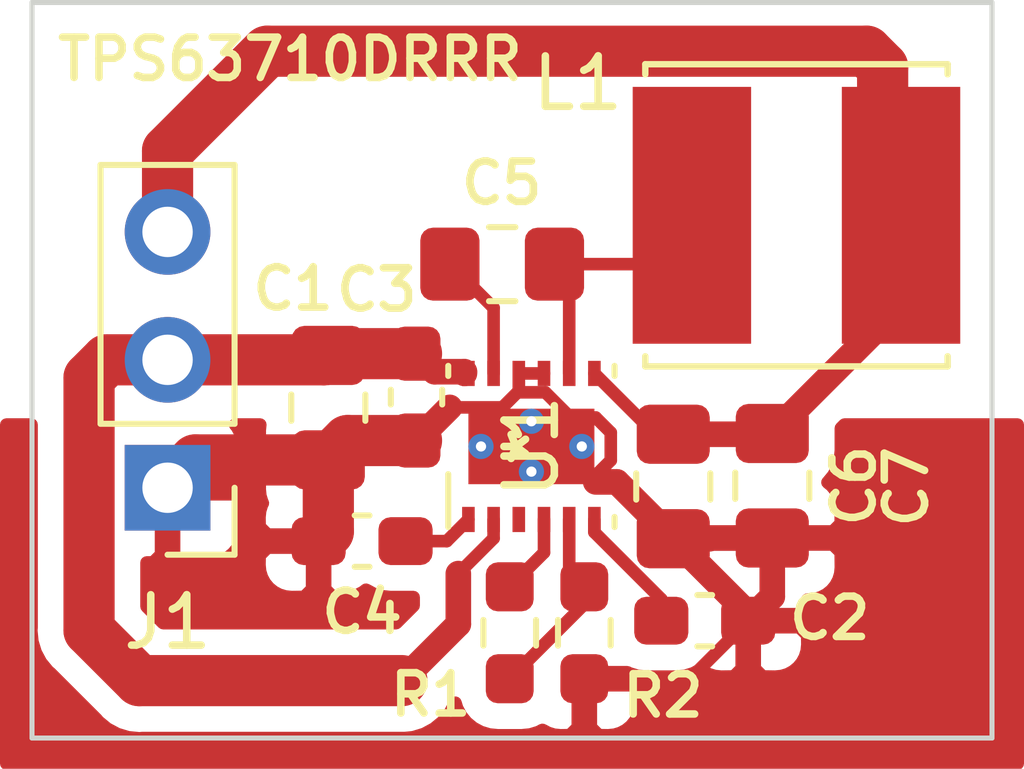
<source format=kicad_pcb>
(kicad_pcb (version 20171130) (host pcbnew "(5.1.6-0-10_14)")

  (general
    (thickness 1.6)
    (drawings 4)
    (tracks 78)
    (zones 0)
    (modules 12)
    (nets 11)
  )

  (page A4)
  (layers
    (0 F.Cu signal)
    (31 B.Cu signal)
    (32 B.Adhes user)
    (33 F.Adhes user)
    (34 B.Paste user)
    (35 F.Paste user)
    (36 B.SilkS user)
    (37 F.SilkS user)
    (38 B.Mask user)
    (39 F.Mask user)
    (40 Dwgs.User user)
    (41 Cmts.User user)
    (42 Eco1.User user)
    (43 Eco2.User user)
    (44 Edge.Cuts user)
    (45 Margin user)
    (46 B.CrtYd user)
    (47 F.CrtYd user)
    (48 B.Fab user)
    (49 F.Fab user hide)
  )

  (setup
    (last_trace_width 0.508)
    (user_trace_width 0.508)
    (user_trace_width 1.016)
    (trace_clearance 0.2)
    (zone_clearance 0.508)
    (zone_45_only no)
    (trace_min 0.2)
    (via_size 0.8)
    (via_drill 0.4)
    (via_min_size 0.4)
    (via_min_drill 0.3)
    (uvia_size 0.3)
    (uvia_drill 0.1)
    (uvias_allowed no)
    (uvia_min_size 0.2)
    (uvia_min_drill 0.1)
    (edge_width 0.1)
    (segment_width 0.2)
    (pcb_text_width 0.3)
    (pcb_text_size 1.5 1.5)
    (mod_edge_width 0.15)
    (mod_text_size 1 1)
    (mod_text_width 0.15)
    (pad_size 1.7 1.7)
    (pad_drill 1)
    (pad_to_mask_clearance 0)
    (aux_axis_origin 0 0)
    (grid_origin 0.5 0.5)
    (visible_elements FFFFFF7F)
    (pcbplotparams
      (layerselection 0x010fc_ffffffff)
      (usegerberextensions true)
      (usegerberattributes false)
      (usegerberadvancedattributes true)
      (creategerberjobfile false)
      (excludeedgelayer true)
      (linewidth 0.100000)
      (plotframeref false)
      (viasonmask false)
      (mode 1)
      (useauxorigin false)
      (hpglpennumber 1)
      (hpglpenspeed 20)
      (hpglpendiameter 15.000000)
      (psnegative false)
      (psa4output false)
      (plotreference true)
      (plotvalue true)
      (plotinvisibletext false)
      (padsonsilk false)
      (subtractmaskfromsilk false)
      (outputformat 1)
      (mirror false)
      (drillshape 0)
      (scaleselection 1)
      (outputdirectory ""))
  )

  (net 0 "")
  (net 1 GND)
  (net 2 3V3)
  (net 3 "Net-(C2-Pad1)")
  (net 4 "Net-(C4-Pad1)")
  (net 5 "Net-(C5-Pad1)")
  (net 6 "Net-(C5-Pad2)")
  (net 7 -1V)
  (net 8 "Net-(R1-Pad1)")
  (net 9 "Net-(R1-Pad2)")
  (net 10 "Net-(U1-Pad3)")

  (net_class Default "This is the default net class."
    (clearance 0.2)
    (trace_width 0.25)
    (via_dia 0.8)
    (via_drill 0.4)
    (uvia_dia 0.3)
    (uvia_drill 0.1)
    (add_net -1V)
    (add_net 3V3)
    (add_net GND)
    (add_net "Net-(C2-Pad1)")
    (add_net "Net-(C4-Pad1)")
    (add_net "Net-(C5-Pad1)")
    (add_net "Net-(C5-Pad2)")
    (add_net "Net-(R1-Pad1)")
    (add_net "Net-(R1-Pad2)")
    (add_net "Net-(U1-Pad3)")
  )

  (module Capacitor_SMD:C_0805_2012Metric_Pad1.18x1.45mm_HandSolder (layer F.Cu) (tedit 5F68FEEF) (tstamp 61270667)
    (at 146.08 108.24 270)
    (descr "Capacitor SMD 0805 (2012 Metric), square (rectangular) end terminal, IPC_7351 nominal with elongated pad for handsoldering. (Body size source: IPC-SM-782 page 76, https://www.pcb-3d.com/wordpress/wp-content/uploads/ipc-sm-782a_amendment_1_and_2.pdf, https://docs.google.com/spreadsheets/d/1BsfQQcO9C6DZCsRaXUlFlo91Tg2WpOkGARC1WS5S8t0/edit?usp=sharing), generated with kicad-footprint-generator")
    (tags "capacitor handsolder")
    (path /6128C135)
    (attr smd)
    (fp_text reference C1 (at -2.36 0.7) (layer F.SilkS)
      (effects (font (size 0.8 0.8) (thickness 0.15)))
    )
    (fp_text value 22uF (at 0 1.68 90) (layer F.Fab)
      (effects (font (size 1 1) (thickness 0.15)))
    )
    (fp_line (start -1 0.625) (end -1 -0.625) (layer F.Fab) (width 0.1))
    (fp_line (start -1 -0.625) (end 1 -0.625) (layer F.Fab) (width 0.1))
    (fp_line (start 1 -0.625) (end 1 0.625) (layer F.Fab) (width 0.1))
    (fp_line (start 1 0.625) (end -1 0.625) (layer F.Fab) (width 0.1))
    (fp_line (start -0.261252 -0.735) (end 0.261252 -0.735) (layer F.SilkS) (width 0.12))
    (fp_line (start -0.261252 0.735) (end 0.261252 0.735) (layer F.SilkS) (width 0.12))
    (fp_line (start -1.88 0.98) (end -1.88 -0.98) (layer F.CrtYd) (width 0.05))
    (fp_line (start -1.88 -0.98) (end 1.88 -0.98) (layer F.CrtYd) (width 0.05))
    (fp_line (start 1.88 -0.98) (end 1.88 0.98) (layer F.CrtYd) (width 0.05))
    (fp_line (start 1.88 0.98) (end -1.88 0.98) (layer F.CrtYd) (width 0.05))
    (fp_text user %R (at 0 0 90) (layer F.Fab)
      (effects (font (size 0.5 0.5) (thickness 0.08)))
    )
    (pad 1 smd roundrect (at -1.0375 0 270) (size 1.175 1.45) (layers F.Cu F.Paste F.Mask) (roundrect_rratio 0.212766)
      (net 2 3V3))
    (pad 2 smd roundrect (at 1.0375 0 270) (size 1.175 1.45) (layers F.Cu F.Paste F.Mask) (roundrect_rratio 0.212766)
      (net 1 GND))
    (model ${KISYS3DMOD}/Capacitor_SMD.3dshapes/C_0805_2012Metric.wrl
      (at (xyz 0 0 0))
      (scale (xyz 1 1 1))
      (rotate (xyz 0 0 0))
    )
  )

  (module Capacitor_SMD:C_0603_1608Metric_Pad1.08x0.95mm_HandSolder (layer F.Cu) (tedit 5F68FEEF) (tstamp 612704CC)
    (at 153.55 112.47)
    (descr "Capacitor SMD 0603 (1608 Metric), square (rectangular) end terminal, IPC_7351 nominal with elongated pad for handsoldering. (Body size source: IPC-SM-782 page 76, https://www.pcb-3d.com/wordpress/wp-content/uploads/ipc-sm-782a_amendment_1_and_2.pdf), generated with kicad-footprint-generator")
    (tags "capacitor handsolder")
    (path /61281C9D)
    (attr smd)
    (fp_text reference C2 (at 2.48 -0.05) (layer F.SilkS)
      (effects (font (size 0.8 0.8) (thickness 0.15)))
    )
    (fp_text value 1uF (at 0 1.43) (layer F.Fab)
      (effects (font (size 1 1) (thickness 0.15)))
    )
    (fp_line (start 1.65 0.73) (end -1.65 0.73) (layer F.CrtYd) (width 0.05))
    (fp_line (start 1.65 -0.73) (end 1.65 0.73) (layer F.CrtYd) (width 0.05))
    (fp_line (start -1.65 -0.73) (end 1.65 -0.73) (layer F.CrtYd) (width 0.05))
    (fp_line (start -1.65 0.73) (end -1.65 -0.73) (layer F.CrtYd) (width 0.05))
    (fp_line (start -0.146267 0.51) (end 0.146267 0.51) (layer F.SilkS) (width 0.12))
    (fp_line (start -0.146267 -0.51) (end 0.146267 -0.51) (layer F.SilkS) (width 0.12))
    (fp_line (start 0.8 0.4) (end -0.8 0.4) (layer F.Fab) (width 0.1))
    (fp_line (start 0.8 -0.4) (end 0.8 0.4) (layer F.Fab) (width 0.1))
    (fp_line (start -0.8 -0.4) (end 0.8 -0.4) (layer F.Fab) (width 0.1))
    (fp_line (start -0.8 0.4) (end -0.8 -0.4) (layer F.Fab) (width 0.1))
    (fp_text user %R (at 0 0) (layer F.Fab)
      (effects (font (size 0.4 0.4) (thickness 0.06)))
    )
    (pad 2 smd roundrect (at 0.8625 0) (size 1.075 0.95) (layers F.Cu F.Paste F.Mask) (roundrect_rratio 0.25)
      (net 1 GND))
    (pad 1 smd roundrect (at -0.8625 0) (size 1.075 0.95) (layers F.Cu F.Paste F.Mask) (roundrect_rratio 0.25)
      (net 3 "Net-(C2-Pad1)"))
    (model ${KISYS3DMOD}/Capacitor_SMD.3dshapes/C_0603_1608Metric.wrl
      (at (xyz 0 0 0))
      (scale (xyz 1 1 1))
      (rotate (xyz 0 0 0))
    )
  )

  (module Capacitor_SMD:C_0603_1608Metric_Pad1.08x0.95mm_HandSolder (layer F.Cu) (tedit 5F68FEEF) (tstamp 61270FC4)
    (at 147.83 108.03 270)
    (descr "Capacitor SMD 0603 (1608 Metric), square (rectangular) end terminal, IPC_7351 nominal with elongated pad for handsoldering. (Body size source: IPC-SM-782 page 76, https://www.pcb-3d.com/wordpress/wp-content/uploads/ipc-sm-782a_amendment_1_and_2.pdf), generated with kicad-footprint-generator")
    (tags "capacitor handsolder")
    (path /612837E0)
    (attr smd)
    (fp_text reference C3 (at -2.13 0.79 180) (layer F.SilkS)
      (effects (font (size 0.8 0.8) (thickness 0.15)))
    )
    (fp_text value 2.2uF (at 0 1.43 90) (layer F.Fab)
      (effects (font (size 1 1) (thickness 0.15)))
    )
    (fp_line (start -0.8 0.4) (end -0.8 -0.4) (layer F.Fab) (width 0.1))
    (fp_line (start -0.8 -0.4) (end 0.8 -0.4) (layer F.Fab) (width 0.1))
    (fp_line (start 0.8 -0.4) (end 0.8 0.4) (layer F.Fab) (width 0.1))
    (fp_line (start 0.8 0.4) (end -0.8 0.4) (layer F.Fab) (width 0.1))
    (fp_line (start -0.146267 -0.51) (end 0.146267 -0.51) (layer F.SilkS) (width 0.12))
    (fp_line (start -0.146267 0.51) (end 0.146267 0.51) (layer F.SilkS) (width 0.12))
    (fp_line (start -1.65 0.73) (end -1.65 -0.73) (layer F.CrtYd) (width 0.05))
    (fp_line (start -1.65 -0.73) (end 1.65 -0.73) (layer F.CrtYd) (width 0.05))
    (fp_line (start 1.65 -0.73) (end 1.65 0.73) (layer F.CrtYd) (width 0.05))
    (fp_line (start 1.65 0.73) (end -1.65 0.73) (layer F.CrtYd) (width 0.05))
    (fp_text user %R (at 0 0 90) (layer F.Fab)
      (effects (font (size 0.4 0.4) (thickness 0.06)))
    )
    (pad 1 smd roundrect (at -0.8625 0 270) (size 1.075 0.95) (layers F.Cu F.Paste F.Mask) (roundrect_rratio 0.25)
      (net 2 3V3))
    (pad 2 smd roundrect (at 0.8625 0 270) (size 1.075 0.95) (layers F.Cu F.Paste F.Mask) (roundrect_rratio 0.25)
      (net 1 GND))
    (model ${KISYS3DMOD}/Capacitor_SMD.3dshapes/C_0603_1608Metric.wrl
      (at (xyz 0 0 0))
      (scale (xyz 1 1 1))
      (rotate (xyz 0 0 0))
    )
  )

  (module Capacitor_SMD:C_0603_1608Metric_Pad1.08x0.95mm_HandSolder (layer F.Cu) (tedit 5F68FEEF) (tstamp 61270637)
    (at 146.75 110.89 180)
    (descr "Capacitor SMD 0603 (1608 Metric), square (rectangular) end terminal, IPC_7351 nominal with elongated pad for handsoldering. (Body size source: IPC-SM-782 page 76, https://www.pcb-3d.com/wordpress/wp-content/uploads/ipc-sm-782a_amendment_1_and_2.pdf), generated with kicad-footprint-generator")
    (tags "capacitor handsolder")
    (path /6127F720)
    (attr smd)
    (fp_text reference C4 (at 0 -1.41) (layer F.SilkS)
      (effects (font (size 0.8 0.8) (thickness 0.15)))
    )
    (fp_text value 220nF (at 0 1.43) (layer F.Fab)
      (effects (font (size 1 1) (thickness 0.15)))
    )
    (fp_line (start -0.8 0.4) (end -0.8 -0.4) (layer F.Fab) (width 0.1))
    (fp_line (start -0.8 -0.4) (end 0.8 -0.4) (layer F.Fab) (width 0.1))
    (fp_line (start 0.8 -0.4) (end 0.8 0.4) (layer F.Fab) (width 0.1))
    (fp_line (start 0.8 0.4) (end -0.8 0.4) (layer F.Fab) (width 0.1))
    (fp_line (start -0.146267 -0.51) (end 0.146267 -0.51) (layer F.SilkS) (width 0.12))
    (fp_line (start -0.146267 0.51) (end 0.146267 0.51) (layer F.SilkS) (width 0.12))
    (fp_line (start -1.65 0.73) (end -1.65 -0.73) (layer F.CrtYd) (width 0.05))
    (fp_line (start -1.65 -0.73) (end 1.65 -0.73) (layer F.CrtYd) (width 0.05))
    (fp_line (start 1.65 -0.73) (end 1.65 0.73) (layer F.CrtYd) (width 0.05))
    (fp_line (start 1.65 0.73) (end -1.65 0.73) (layer F.CrtYd) (width 0.05))
    (fp_text user %R (at 0 0) (layer F.Fab)
      (effects (font (size 0.4 0.4) (thickness 0.06)))
    )
    (pad 1 smd roundrect (at -0.8625 0 180) (size 1.075 0.95) (layers F.Cu F.Paste F.Mask) (roundrect_rratio 0.25)
      (net 4 "Net-(C4-Pad1)"))
    (pad 2 smd roundrect (at 0.8625 0 180) (size 1.075 0.95) (layers F.Cu F.Paste F.Mask) (roundrect_rratio 0.25)
      (net 1 GND))
    (model ${KISYS3DMOD}/Capacitor_SMD.3dshapes/C_0603_1608Metric.wrl
      (at (xyz 0 0 0))
      (scale (xyz 1 1 1))
      (rotate (xyz 0 0 0))
    )
  )

  (module Capacitor_SMD:C_0805_2012Metric_Pad1.18x1.45mm_HandSolder (layer F.Cu) (tedit 5F68FEEF) (tstamp 61270607)
    (at 149.53 105.39)
    (descr "Capacitor SMD 0805 (2012 Metric), square (rectangular) end terminal, IPC_7351 nominal with elongated pad for handsoldering. (Body size source: IPC-SM-782 page 76, https://www.pcb-3d.com/wordpress/wp-content/uploads/ipc-sm-782a_amendment_1_and_2.pdf, https://docs.google.com/spreadsheets/d/1BsfQQcO9C6DZCsRaXUlFlo91Tg2WpOkGARC1WS5S8t0/edit?usp=sharing), generated with kicad-footprint-generator")
    (tags "capacitor handsolder")
    (path /61275351)
    (attr smd)
    (fp_text reference C5 (at -0.01 -1.61) (layer F.SilkS)
      (effects (font (size 0.8 0.8) (thickness 0.15)))
    )
    (fp_text value 10uF (at 0 1.68) (layer F.Fab)
      (effects (font (size 1 1) (thickness 0.15)))
    )
    (fp_line (start -1 0.625) (end -1 -0.625) (layer F.Fab) (width 0.1))
    (fp_line (start -1 -0.625) (end 1 -0.625) (layer F.Fab) (width 0.1))
    (fp_line (start 1 -0.625) (end 1 0.625) (layer F.Fab) (width 0.1))
    (fp_line (start 1 0.625) (end -1 0.625) (layer F.Fab) (width 0.1))
    (fp_line (start -0.261252 -0.735) (end 0.261252 -0.735) (layer F.SilkS) (width 0.12))
    (fp_line (start -0.261252 0.735) (end 0.261252 0.735) (layer F.SilkS) (width 0.12))
    (fp_line (start -1.88 0.98) (end -1.88 -0.98) (layer F.CrtYd) (width 0.05))
    (fp_line (start -1.88 -0.98) (end 1.88 -0.98) (layer F.CrtYd) (width 0.05))
    (fp_line (start 1.88 -0.98) (end 1.88 0.98) (layer F.CrtYd) (width 0.05))
    (fp_line (start 1.88 0.98) (end -1.88 0.98) (layer F.CrtYd) (width 0.05))
    (fp_text user %R (at 0 0) (layer F.Fab)
      (effects (font (size 0.5 0.5) (thickness 0.08)))
    )
    (pad 1 smd roundrect (at -1.0375 0) (size 1.175 1.45) (layers F.Cu F.Paste F.Mask) (roundrect_rratio 0.212766)
      (net 5 "Net-(C5-Pad1)"))
    (pad 2 smd roundrect (at 1.0375 0) (size 1.175 1.45) (layers F.Cu F.Paste F.Mask) (roundrect_rratio 0.212766)
      (net 6 "Net-(C5-Pad2)"))
    (model ${KISYS3DMOD}/Capacitor_SMD.3dshapes/C_0805_2012Metric.wrl
      (at (xyz 0 0 0))
      (scale (xyz 1 1 1))
      (rotate (xyz 0 0 0))
    )
  )

  (module Capacitor_SMD:C_0805_2012Metric_Pad1.18x1.45mm_HandSolder (layer F.Cu) (tedit 5F68FEEF) (tstamp 612705D7)
    (at 152.924999 109.805001 270)
    (descr "Capacitor SMD 0805 (2012 Metric), square (rectangular) end terminal, IPC_7351 nominal with elongated pad for handsoldering. (Body size source: IPC-SM-782 page 76, https://www.pcb-3d.com/wordpress/wp-content/uploads/ipc-sm-782a_amendment_1_and_2.pdf, https://docs.google.com/spreadsheets/d/1BsfQQcO9C6DZCsRaXUlFlo91Tg2WpOkGARC1WS5S8t0/edit?usp=sharing), generated with kicad-footprint-generator")
    (tags "capacitor handsolder")
    (path /6127817E)
    (attr smd)
    (fp_text reference C6 (at -0.015001 -3.585001 90) (layer F.SilkS)
      (effects (font (size 0.8 0.8) (thickness 0.15)))
    )
    (fp_text value 22uF (at 0 1.68 90) (layer F.Fab)
      (effects (font (size 1 1) (thickness 0.15)))
    )
    (fp_line (start 1.88 0.98) (end -1.88 0.98) (layer F.CrtYd) (width 0.05))
    (fp_line (start 1.88 -0.98) (end 1.88 0.98) (layer F.CrtYd) (width 0.05))
    (fp_line (start -1.88 -0.98) (end 1.88 -0.98) (layer F.CrtYd) (width 0.05))
    (fp_line (start -1.88 0.98) (end -1.88 -0.98) (layer F.CrtYd) (width 0.05))
    (fp_line (start -0.261252 0.735) (end 0.261252 0.735) (layer F.SilkS) (width 0.12))
    (fp_line (start -0.261252 -0.735) (end 0.261252 -0.735) (layer F.SilkS) (width 0.12))
    (fp_line (start 1 0.625) (end -1 0.625) (layer F.Fab) (width 0.1))
    (fp_line (start 1 -0.625) (end 1 0.625) (layer F.Fab) (width 0.1))
    (fp_line (start -1 -0.625) (end 1 -0.625) (layer F.Fab) (width 0.1))
    (fp_line (start -1 0.625) (end -1 -0.625) (layer F.Fab) (width 0.1))
    (fp_text user %R (at 0 0 90) (layer F.Fab)
      (effects (font (size 0.5 0.5) (thickness 0.08)))
    )
    (pad 2 smd roundrect (at 1.0375 0 270) (size 1.175 1.45) (layers F.Cu F.Paste F.Mask) (roundrect_rratio 0.212766)
      (net 1 GND))
    (pad 1 smd roundrect (at -1.0375 0 270) (size 1.175 1.45) (layers F.Cu F.Paste F.Mask) (roundrect_rratio 0.212766)
      (net 7 -1V))
    (model ${KISYS3DMOD}/Capacitor_SMD.3dshapes/C_0805_2012Metric.wrl
      (at (xyz 0 0 0))
      (scale (xyz 1 1 1))
      (rotate (xyz 0 0 0))
    )
  )

  (module Capacitor_SMD:C_0805_2012Metric_Pad1.18x1.45mm_HandSolder (layer F.Cu) (tedit 5F68FEEF) (tstamp 612705A7)
    (at 154.89 109.79 270)
    (descr "Capacitor SMD 0805 (2012 Metric), square (rectangular) end terminal, IPC_7351 nominal with elongated pad for handsoldering. (Body size source: IPC-SM-782 page 76, https://www.pcb-3d.com/wordpress/wp-content/uploads/ipc-sm-782a_amendment_1_and_2.pdf, https://docs.google.com/spreadsheets/d/1BsfQQcO9C6DZCsRaXUlFlo91Tg2WpOkGARC1WS5S8t0/edit?usp=sharing), generated with kicad-footprint-generator")
    (tags "capacitor handsolder")
    (path /612A06B2)
    (attr smd)
    (fp_text reference C7 (at 0.02 -2.66 90) (layer F.SilkS)
      (effects (font (size 0.8 0.8) (thickness 0.15)))
    )
    (fp_text value 22uF (at 0 1.68 90) (layer F.Fab)
      (effects (font (size 1 1) (thickness 0.15)))
    )
    (fp_line (start 1.88 0.98) (end -1.88 0.98) (layer F.CrtYd) (width 0.05))
    (fp_line (start 1.88 -0.98) (end 1.88 0.98) (layer F.CrtYd) (width 0.05))
    (fp_line (start -1.88 -0.98) (end 1.88 -0.98) (layer F.CrtYd) (width 0.05))
    (fp_line (start -1.88 0.98) (end -1.88 -0.98) (layer F.CrtYd) (width 0.05))
    (fp_line (start -0.261252 0.735) (end 0.261252 0.735) (layer F.SilkS) (width 0.12))
    (fp_line (start -0.261252 -0.735) (end 0.261252 -0.735) (layer F.SilkS) (width 0.12))
    (fp_line (start 1 0.625) (end -1 0.625) (layer F.Fab) (width 0.1))
    (fp_line (start 1 -0.625) (end 1 0.625) (layer F.Fab) (width 0.1))
    (fp_line (start -1 -0.625) (end 1 -0.625) (layer F.Fab) (width 0.1))
    (fp_line (start -1 0.625) (end -1 -0.625) (layer F.Fab) (width 0.1))
    (fp_text user %R (at 0 0 90) (layer F.Fab)
      (effects (font (size 0.5 0.5) (thickness 0.08)))
    )
    (pad 2 smd roundrect (at 1.0375 0 270) (size 1.175 1.45) (layers F.Cu F.Paste F.Mask) (roundrect_rratio 0.212766)
      (net 1 GND))
    (pad 1 smd roundrect (at -1.0375 0 270) (size 1.175 1.45) (layers F.Cu F.Paste F.Mask) (roundrect_rratio 0.212766)
      (net 7 -1V))
    (model ${KISYS3DMOD}/Capacitor_SMD.3dshapes/C_0805_2012Metric.wrl
      (at (xyz 0 0 0))
      (scale (xyz 1 1 1))
      (rotate (xyz 0 0 0))
    )
  )

  (module Pin_Headers:Pin_Header_Straight_1x03_Pitch2.54mm (layer F.Cu) (tedit 59650532) (tstamp 61270532)
    (at 142.89 109.83 180)
    (descr "Through hole straight pin header, 1x03, 2.54mm pitch, single row")
    (tags "Through hole pin header THT 1x03 2.54mm single row")
    (path /61271E03)
    (fp_text reference J1 (at 0 -2.67) (layer F.SilkS)
      (effects (font (size 1 1) (thickness 0.15)))
    )
    (fp_text value Conn_01x03_Female (at 0 7.41) (layer F.Fab)
      (effects (font (size 1 1) (thickness 0.15)))
    )
    (fp_line (start 1.8 -1.8) (end -1.8 -1.8) (layer F.CrtYd) (width 0.05))
    (fp_line (start 1.8 6.85) (end 1.8 -1.8) (layer F.CrtYd) (width 0.05))
    (fp_line (start -1.8 6.85) (end 1.8 6.85) (layer F.CrtYd) (width 0.05))
    (fp_line (start -1.8 -1.8) (end -1.8 6.85) (layer F.CrtYd) (width 0.05))
    (fp_line (start -1.33 -1.33) (end 0 -1.33) (layer F.SilkS) (width 0.12))
    (fp_line (start -1.33 0) (end -1.33 -1.33) (layer F.SilkS) (width 0.12))
    (fp_line (start -1.33 1.27) (end 1.33 1.27) (layer F.SilkS) (width 0.12))
    (fp_line (start 1.33 1.27) (end 1.33 6.41) (layer F.SilkS) (width 0.12))
    (fp_line (start -1.33 1.27) (end -1.33 6.41) (layer F.SilkS) (width 0.12))
    (fp_line (start -1.33 6.41) (end 1.33 6.41) (layer F.SilkS) (width 0.12))
    (fp_line (start -1.27 -0.635) (end -0.635 -1.27) (layer F.Fab) (width 0.1))
    (fp_line (start -1.27 6.35) (end -1.27 -0.635) (layer F.Fab) (width 0.1))
    (fp_line (start 1.27 6.35) (end -1.27 6.35) (layer F.Fab) (width 0.1))
    (fp_line (start 1.27 -1.27) (end 1.27 6.35) (layer F.Fab) (width 0.1))
    (fp_line (start -0.635 -1.27) (end 1.27 -1.27) (layer F.Fab) (width 0.1))
    (fp_text user %R (at 0 2.54 90) (layer F.Fab)
      (effects (font (size 1 1) (thickness 0.15)))
    )
    (pad 3 thru_hole oval (at 0 5.08 180) (size 1.7 1.7) (drill 1) (layers *.Cu *.Mask)
      (net 7 -1V))
    (pad 2 thru_hole oval (at 0 2.54 180) (size 1.7 1.7) (drill 1) (layers *.Cu *.Mask)
      (net 2 3V3))
    (pad 1 thru_hole rect (at 0 0 180) (size 1.7 1.7) (drill 1) (layers *.Cu *.Mask)
      (net 1 GND))
    (model ${KISYS3DMOD}/Pin_Headers.3dshapes/Pin_Header_Straight_1x03_Pitch2.54mm.wrl
      (at (xyz 0 0 0))
      (scale (xyz 1 1 1))
      (rotate (xyz 0 0 0))
    )
  )

  (module Ninja-qPCR:SRN6045TA-3R3Y (layer F.Cu) (tedit 60C2F330) (tstamp 61270F14)
    (at 155.37 104.42)
    (path /61276459)
    (fp_text reference L1 (at -4.34 -2.62) (layer F.SilkS)
      (effects (font (size 1 1) (thickness 0.15)))
    )
    (fp_text value 22uH (at 5.644 3.792) (layer F.Fab)
      (effects (font (size 0.8 0.8) (thickness 0.015)))
    )
    (fp_line (start 3 3) (end -3 3) (layer F.Fab) (width 0.127))
    (fp_line (start -3 3) (end -3 -3) (layer F.Fab) (width 0.127))
    (fp_line (start -3 -3) (end 3 -3) (layer F.Fab) (width 0.127))
    (fp_line (start 3 -3) (end 3 3) (layer F.Fab) (width 0.127))
    (fp_line (start -3 2.8) (end -3 3) (layer F.SilkS) (width 0.127))
    (fp_line (start -3 3) (end 3 3) (layer F.SilkS) (width 0.127))
    (fp_line (start 3 3) (end 3 2.8) (layer F.SilkS) (width 0.127))
    (fp_line (start -3 -2.8) (end -3 -3) (layer F.SilkS) (width 0.127))
    (fp_line (start -3 -3) (end 3 -3) (layer F.SilkS) (width 0.127))
    (fp_line (start 3 -3) (end 3 -2.8) (layer F.SilkS) (width 0.127))
    (fp_line (start 3.5 3.25) (end -3.5 3.25) (layer F.CrtYd) (width 0.05))
    (fp_line (start -3.5 3.25) (end -3.5 -3.25) (layer F.CrtYd) (width 0.05))
    (fp_line (start -3.5 -3.25) (end 3.5 -3.25) (layer F.CrtYd) (width 0.05))
    (fp_line (start 3.5 -3.25) (end 3.5 3.25) (layer F.CrtYd) (width 0.05))
    (pad 2 smd rect (at 2.075 0) (size 2.35 5.1) (layers F.Cu F.Paste F.Mask)
      (net 7 -1V))
    (pad 1 smd rect (at -2.075 0) (size 2.35 5.1) (layers F.Cu F.Paste F.Mask)
      (net 6 "Net-(C5-Pad2)"))
  )

  (module Resistor_SMD:R_0603_1608Metric_Pad0.98x0.95mm_HandSolder (layer F.Cu) (tedit 5F68FEEE) (tstamp 612704FC)
    (at 149.68 112.71 270)
    (descr "Resistor SMD 0603 (1608 Metric), square (rectangular) end terminal, IPC_7351 nominal with elongated pad for handsoldering. (Body size source: IPC-SM-782 page 72, https://www.pcb-3d.com/wordpress/wp-content/uploads/ipc-sm-782a_amendment_1_and_2.pdf), generated with kicad-footprint-generator")
    (tags "resistor handsolder")
    (path /6127925E)
    (attr smd)
    (fp_text reference R1 (at 1.23 1.57 180) (layer F.SilkS)
      (effects (font (size 0.8 0.8) (thickness 0.15)))
    )
    (fp_text value 51.1k (at 0 1.43 90) (layer F.Fab)
      (effects (font (size 1 1) (thickness 0.15)))
    )
    (fp_line (start -0.8 0.4125) (end -0.8 -0.4125) (layer F.Fab) (width 0.1))
    (fp_line (start -0.8 -0.4125) (end 0.8 -0.4125) (layer F.Fab) (width 0.1))
    (fp_line (start 0.8 -0.4125) (end 0.8 0.4125) (layer F.Fab) (width 0.1))
    (fp_line (start 0.8 0.4125) (end -0.8 0.4125) (layer F.Fab) (width 0.1))
    (fp_line (start -0.254724 -0.5225) (end 0.254724 -0.5225) (layer F.SilkS) (width 0.12))
    (fp_line (start -0.254724 0.5225) (end 0.254724 0.5225) (layer F.SilkS) (width 0.12))
    (fp_line (start -1.65 0.73) (end -1.65 -0.73) (layer F.CrtYd) (width 0.05))
    (fp_line (start -1.65 -0.73) (end 1.65 -0.73) (layer F.CrtYd) (width 0.05))
    (fp_line (start 1.65 -0.73) (end 1.65 0.73) (layer F.CrtYd) (width 0.05))
    (fp_line (start 1.65 0.73) (end -1.65 0.73) (layer F.CrtYd) (width 0.05))
    (fp_text user %R (at 0 0 90) (layer F.Fab)
      (effects (font (size 0.4 0.4) (thickness 0.06)))
    )
    (pad 1 smd roundrect (at -0.9125 0 270) (size 0.975 0.95) (layers F.Cu F.Paste F.Mask) (roundrect_rratio 0.25)
      (net 8 "Net-(R1-Pad1)"))
    (pad 2 smd roundrect (at 0.9125 0 270) (size 0.975 0.95) (layers F.Cu F.Paste F.Mask) (roundrect_rratio 0.25)
      (net 9 "Net-(R1-Pad2)"))
    (model ${KISYS3DMOD}/Resistor_SMD.3dshapes/R_0603_1608Metric.wrl
      (at (xyz 0 0 0))
      (scale (xyz 1 1 1))
      (rotate (xyz 0 0 0))
    )
  )

  (module Resistor_SMD:R_0603_1608Metric_Pad0.98x0.95mm_HandSolder (layer F.Cu) (tedit 5F68FEEE) (tstamp 61271180)
    (at 151.16 112.71 270)
    (descr "Resistor SMD 0603 (1608 Metric), square (rectangular) end terminal, IPC_7351 nominal with elongated pad for handsoldering. (Body size source: IPC-SM-782 page 72, https://www.pcb-3d.com/wordpress/wp-content/uploads/ipc-sm-782a_amendment_1_and_2.pdf), generated with kicad-footprint-generator")
    (tags "resistor handsolder")
    (path /61279E07)
    (attr smd)
    (fp_text reference R2 (at 1.25 -1.56 180) (layer F.SilkS)
      (effects (font (size 0.8 0.8) (thickness 0.15)))
    )
    (fp_text value 180k (at 0 1.43 90) (layer F.Fab)
      (effects (font (size 1 1) (thickness 0.15)))
    )
    (fp_line (start 1.65 0.73) (end -1.65 0.73) (layer F.CrtYd) (width 0.05))
    (fp_line (start 1.65 -0.73) (end 1.65 0.73) (layer F.CrtYd) (width 0.05))
    (fp_line (start -1.65 -0.73) (end 1.65 -0.73) (layer F.CrtYd) (width 0.05))
    (fp_line (start -1.65 0.73) (end -1.65 -0.73) (layer F.CrtYd) (width 0.05))
    (fp_line (start -0.254724 0.5225) (end 0.254724 0.5225) (layer F.SilkS) (width 0.12))
    (fp_line (start -0.254724 -0.5225) (end 0.254724 -0.5225) (layer F.SilkS) (width 0.12))
    (fp_line (start 0.8 0.4125) (end -0.8 0.4125) (layer F.Fab) (width 0.1))
    (fp_line (start 0.8 -0.4125) (end 0.8 0.4125) (layer F.Fab) (width 0.1))
    (fp_line (start -0.8 -0.4125) (end 0.8 -0.4125) (layer F.Fab) (width 0.1))
    (fp_line (start -0.8 0.4125) (end -0.8 -0.4125) (layer F.Fab) (width 0.1))
    (fp_text user %R (at 0 0 90) (layer F.Fab)
      (effects (font (size 0.4 0.4) (thickness 0.06)))
    )
    (pad 2 smd roundrect (at 0.9125 0 270) (size 0.975 0.95) (layers F.Cu F.Paste F.Mask) (roundrect_rratio 0.25)
      (net 1 GND))
    (pad 1 smd roundrect (at -0.9125 0 270) (size 0.975 0.95) (layers F.Cu F.Paste F.Mask) (roundrect_rratio 0.25)
      (net 9 "Net-(R1-Pad2)"))
    (model ${KISYS3DMOD}/Resistor_SMD.3dshapes/R_0603_1608Metric.wrl
      (at (xyz 0 0 0))
      (scale (xyz 1 1 1))
      (rotate (xyz 0 0 0))
    )
  )

  (module Ninja-qPCR:TPS63710DRRR (layer F.Cu) (tedit 0) (tstamp 612706DB)
    (at 150.11 109.01 90)
    (path /61268DE5)
    (fp_text reference U1 (at 0 0 90) (layer F.SilkS)
      (effects (font (size 1 1) (thickness 0.15)))
    )
    (fp_text value TPS63710DRRR (at 7.69 -4.79 180) (layer F.SilkS)
      (effects (font (size 0.8 0.8) (thickness 0.15)))
    )
    (fp_line (start -1.549999 1.549999) (end 1.549999 1.549999) (layer F.Fab) (width 0.1))
    (fp_line (start 1.549999 1.549999) (end 1.549999 -1.549999) (layer F.Fab) (width 0.1))
    (fp_line (start -1.549999 1.549999) (end -1.549999 -1.549999) (layer F.Fab) (width 0.1))
    (fp_line (start -1.549999 -1.549999) (end 1.549999 -1.549999) (layer F.Fab) (width 0.1))
    (fp_line (start -1.599999 -1.649999) (end -0.549999 -1.649999) (layer F.SilkS) (width 0.12))
    (fp_line (start -1.599999 1.649999) (end -1.4 1.649999) (layer F.SilkS) (width 0.12))
    (fp_line (start 1.4 1.649999) (end 1.599999 1.649999) (layer F.SilkS) (width 0.12))
    (fp_line (start 1.4 -1.649999) (end 1.599999 -1.649999) (layer F.SilkS) (width 0.12))
    (fp_circle (center -1.124999 -1.1) (end -0.924999 -1.1) (layer F.Fab) (width 0.1))
    (fp_circle (center -1.124999 -1.1) (end -0.924999 -1.1) (layer F.Fab) (width 0.1))
    (fp_text user .Designator (at -1.325001 0.299999 90) (layer F.Fab)
      (effects (font (size 1 1) (thickness 0.15)))
    )
    (fp_text user * (at 0 0 90) (layer F.Fab)
      (effects (font (size 1 1) (thickness 0.15)))
    )
    (fp_text user * (at 0 0 90) (layer F.SilkS)
      (effects (font (size 1 1) (thickness 0.15)))
    )
    (fp_text user "Copyright 2021 Accelerated Designs. All rights reserved." (at 0 0 90) (layer Cmts.User)
      (effects (font (size 0.127 0.127) (thickness 0.002)))
    )
    (pad V thru_hole circle (at -0.499999 0 90) (size 0.499999 0.499999) (drill 0.2032) (layers *.Cu *.Mask))
    (pad V thru_hole circle (at 0 1.000001 90) (size 0.499999 0.499999) (drill 0.2032) (layers *.Cu *.Mask))
    (pad V thru_hole circle (at 0.499999 0 90) (size 0.499999 0.499999) (drill 0.2032) (layers *.Cu *.Mask))
    (pad V thru_hole circle (at 0 -1.000001 90) (size 0.499999 0.499999) (drill 0.2032) (layers *.Cu *.Mask))
    (pad 13 smd rect (at 0 0 90) (size 1.5 2.5) (layers F.Cu F.Paste F.Mask)
      (net 1 GND))
    (pad 12 smd rect (at 1.45 -1.25 90) (size 0.499999 0.249999) (layers F.Cu F.Paste F.Mask)
      (net 2 3V3))
    (pad 11 smd rect (at 1.45 -0.750001 90) (size 0.499999 0.249999) (layers F.Cu F.Paste F.Mask)
      (net 5 "Net-(C5-Pad1)"))
    (pad 10 smd rect (at 1.45 -0.25 90) (size 0.499999 0.249999) (layers F.Cu F.Paste F.Mask)
      (net 1 GND))
    (pad 9 smd rect (at 1.45 0.25 90) (size 0.499999 0.249999) (layers F.Cu F.Paste F.Mask)
      (net 1 GND))
    (pad 8 smd rect (at 1.45 0.750001 90) (size 0.499999 0.249999) (layers F.Cu F.Paste F.Mask)
      (net 6 "Net-(C5-Pad2)"))
    (pad 7 smd rect (at 1.45 1.25 90) (size 0.499999 0.249999) (layers F.Cu F.Paste F.Mask)
      (net 7 -1V))
    (pad 6 smd rect (at -1.45 1.25 90) (size 0.499999 0.249999) (layers F.Cu F.Paste F.Mask)
      (net 3 "Net-(C2-Pad1)"))
    (pad 5 smd rect (at -1.45 0.750001 90) (size 0.499999 0.249999) (layers F.Cu F.Paste F.Mask)
      (net 9 "Net-(R1-Pad2)"))
    (pad 4 smd rect (at -1.45 0.25 90) (size 0.499999 0.249999) (layers F.Cu F.Paste F.Mask)
      (net 8 "Net-(R1-Pad1)"))
    (pad 3 smd rect (at -1.45 -0.25 90) (size 0.499999 0.249999) (layers F.Cu F.Paste F.Mask)
      (net 10 "Net-(U1-Pad3)"))
    (pad 2 smd rect (at -1.45 -0.750001 90) (size 0.499999 0.249999) (layers F.Cu F.Paste F.Mask)
      (net 2 3V3))
    (pad 1 smd rect (at -1.45 -1.25 90) (size 0.499999 0.249999) (layers F.Cu F.Paste F.Mask)
      (net 4 "Net-(C4-Pad1)"))
  )

  (gr_line (start 140.2 114.8) (end 140.2 100.195) (layer Edge.Cuts) (width 0.1) (tstamp 612709DA))
  (gr_line (start 159.25 114.8) (end 140.2 114.8) (layer Edge.Cuts) (width 0.1))
  (gr_line (start 159.25 100.195) (end 159.25 114.8) (layer Edge.Cuts) (width 0.1) (tstamp 61270E18))
  (gr_line (start 140.2 100.195) (end 159.25 100.195) (layer Edge.Cuts) (width 0.1))

  (segment (start 150.36 107.56) (end 149.86 107.56) (width 0.25) (layer F.Cu) (net 1))
  (segment (start 151.386002 109.585) (end 150.834 109.585) (width 0.25) (layer F.Cu) (net 1))
  (segment (start 150.834 109.585) (end 150.685 109.436) (width 0.25) (layer F.Cu) (net 1))
  (segment (start 151.386002 108.435) (end 151.685001 108.733999) (width 0.25) (layer F.Cu) (net 1))
  (segment (start 150.886 108.435) (end 151.386002 108.435) (width 0.25) (layer F.Cu) (net 1))
  (segment (start 149.535 108.234) (end 149.833999 107.935001) (width 0.25) (layer F.Cu) (net 1))
  (segment (start 150.386001 107.935001) (end 150.886 108.435) (width 0.25) (layer F.Cu) (net 1))
  (segment (start 149.833999 107.935001) (end 150.386001 107.935001) (width 0.25) (layer F.Cu) (net 1))
  (segment (start 151.685001 109.286001) (end 151.386002 109.585) (width 0.25) (layer F.Cu) (net 1))
  (segment (start 148.4885 108.234) (end 149.535 108.234) (width 0.25) (layer F.Cu) (net 1))
  (segment (start 151.685001 108.733999) (end 151.685001 109.286001) (width 0.25) (layer F.Cu) (net 1))
  (segment (start 149.86 107.909) (end 149.833999 107.935001) (width 0.25) (layer F.Cu) (net 1))
  (segment (start 149.86 107.56) (end 149.86 107.909) (width 0.25) (layer F.Cu) (net 1))
  (segment (start 148.4885 108.234) (end 147.83 108.8925) (width 0.508) (layer F.Cu) (net 1))
  (segment (start 146.465 108.8925) (end 146.08 109.2775) (width 1.016) (layer F.Cu) (net 1))
  (segment (start 147.83 108.8925) (end 146.465 108.8925) (width 1.016) (layer F.Cu) (net 1))
  (segment (start 143.4425 109.2775) (end 142.89 109.83) (width 1.016) (layer F.Cu) (net 1))
  (segment (start 146.08 109.2775) (end 143.4425 109.2775) (width 1.016) (layer F.Cu) (net 1))
  (segment (start 146.08 110.6975) (end 145.8875 110.89) (width 1.016) (layer F.Cu) (net 1))
  (segment (start 146.08 109.2775) (end 146.08 110.6975) (width 1.016) (layer F.Cu) (net 1))
  (segment (start 153.26 113.6225) (end 154.4125 112.47) (width 0.25) (layer F.Cu) (net 1))
  (segment (start 151.16 113.6225) (end 153.26 113.6225) (width 0.25) (layer F.Cu) (net 1))
  (segment (start 154.4125 112.330002) (end 152.924999 110.842501) (width 0.508) (layer F.Cu) (net 1))
  (segment (start 154.4125 112.47) (end 154.4125 112.330002) (width 0.508) (layer F.Cu) (net 1))
  (segment (start 154.89 111.9925) (end 154.4125 112.47) (width 0.508) (layer F.Cu) (net 1))
  (segment (start 154.89 110.8275) (end 154.89 111.9925) (width 0.508) (layer F.Cu) (net 1))
  (segment (start 152.94 110.8275) (end 152.924999 110.842501) (width 0.508) (layer F.Cu) (net 1))
  (segment (start 154.89 110.8275) (end 152.94 110.8275) (width 0.508) (layer F.Cu) (net 1))
  (segment (start 151.806201 109.714) (end 151.386002 109.714) (width 0.508) (layer F.Cu) (net 1))
  (segment (start 152.924999 110.832798) (end 151.806201 109.714) (width 0.508) (layer F.Cu) (net 1))
  (segment (start 152.924999 110.842501) (end 152.924999 110.832798) (width 0.508) (layer F.Cu) (net 1))
  (segment (start 145.9925 107.29) (end 146.08 107.2025) (width 1.016) (layer F.Cu) (net 2))
  (segment (start 142.89 107.29) (end 145.9925 107.29) (width 1.016) (layer F.Cu) (net 2))
  (segment (start 146.115 107.1675) (end 146.08 107.2025) (width 1.016) (layer F.Cu) (net 2))
  (segment (start 147.83 107.1675) (end 146.115 107.1675) (width 1.016) (layer F.Cu) (net 2))
  (segment (start 149.359999 110.834491) (end 148.66 111.53449) (width 0.25) (layer F.Cu) (net 2))
  (segment (start 149.359999 110.46) (end 149.359999 110.834491) (width 0.25) (layer F.Cu) (net 2))
  (segment (start 148.66 111.53449) (end 148.66 112.54) (width 0.508) (layer F.Cu) (net 2))
  (segment (start 148.66 112.54) (end 147.54 113.66) (width 0.508) (layer F.Cu) (net 2))
  (segment (start 141.687919 107.29) (end 142.89 107.29) (width 1.016) (layer F.Cu) (net 2))
  (segment (start 141.331999 107.64592) (end 141.687919 107.29) (width 1.016) (layer F.Cu) (net 2))
  (segment (start 141.331999 112.661999) (end 141.331999 107.64592) (width 1.016) (layer F.Cu) (net 2))
  (segment (start 142.33 113.66) (end 141.331999 112.661999) (width 1.016) (layer F.Cu) (net 2))
  (segment (start 147.54 113.66) (end 142.33 113.66) (width 1.016) (layer F.Cu) (net 2))
  (segment (start 147.83 107.1675) (end 148.188491 107.525991) (width 0.508) (layer F.Cu) (net 2))
  (segment (start 148.780989 107.525991) (end 148.780989 107.56) (width 0.508) (layer F.Cu) (net 2))
  (segment (start 148.188491 107.525991) (end 148.780989 107.525991) (width 0.508) (layer F.Cu) (net 2))
  (segment (start 152.6875 112.04199) (end 152.6875 112.47) (width 0.25) (layer F.Cu) (net 3))
  (segment (start 151.36 110.71449) (end 152.6875 112.04199) (width 0.25) (layer F.Cu) (net 3))
  (segment (start 151.36 110.46) (end 151.36 110.71449) (width 0.25) (layer F.Cu) (net 3))
  (segment (start 148.43 110.89) (end 148.86 110.46) (width 0.25) (layer F.Cu) (net 4))
  (segment (start 147.6125 110.89) (end 148.43 110.89) (width 0.25) (layer F.Cu) (net 4))
  (segment (start 149.359999 106.257499) (end 149.359999 107.56) (width 0.25) (layer F.Cu) (net 5))
  (segment (start 148.4925 105.39) (end 149.359999 106.257499) (width 0.25) (layer F.Cu) (net 5))
  (segment (start 150.860001 105.682501) (end 150.860001 107.56) (width 0.25) (layer F.Cu) (net 6))
  (segment (start 150.5675 105.39) (end 150.860001 105.682501) (width 0.25) (layer F.Cu) (net 6))
  (segment (start 152.325 105.39) (end 153.295 104.42) (width 0.25) (layer F.Cu) (net 6))
  (segment (start 150.5675 105.39) (end 152.325 105.39) (width 0.25) (layer F.Cu) (net 6))
  (segment (start 152.567501 108.767501) (end 151.36 107.56) (width 0.25) (layer F.Cu) (net 7))
  (segment (start 152.924999 108.767501) (end 152.567501 108.767501) (width 0.25) (layer F.Cu) (net 7))
  (segment (start 154.874999 108.767501) (end 154.89 108.7525) (width 0.508) (layer F.Cu) (net 7))
  (segment (start 152.924999 108.767501) (end 154.874999 108.767501) (width 0.508) (layer F.Cu) (net 7))
  (segment (start 157.445 106.1975) (end 157.445 104.42) (width 0.508) (layer F.Cu) (net 7))
  (segment (start 154.89 108.7525) (end 157.445 106.1975) (width 0.508) (layer F.Cu) (net 7))
  (segment (start 142.89 103.14) (end 142.89 104.75) (width 1.016) (layer F.Cu) (net 7))
  (segment (start 144.868001 101.161999) (end 142.89 103.14) (width 1.016) (layer F.Cu) (net 7))
  (segment (start 156.761999 101.161999) (end 144.868001 101.161999) (width 1.016) (layer F.Cu) (net 7))
  (segment (start 157.08 101.48) (end 156.761999 101.161999) (width 1.016) (layer F.Cu) (net 7))
  (segment (start 157.08 102.87) (end 157.08 101.48) (width 1.016) (layer F.Cu) (net 7))
  (segment (start 157.445 103.235) (end 157.08 102.87) (width 1.016) (layer F.Cu) (net 7))
  (segment (start 157.445 104.42) (end 157.445 103.235) (width 1.016) (layer F.Cu) (net 7))
  (segment (start 150.36 111.1175) (end 149.68 111.7975) (width 0.25) (layer F.Cu) (net 8))
  (segment (start 150.36 110.46) (end 150.36 111.1175) (width 0.25) (layer F.Cu) (net 8))
  (segment (start 151.16 111.7975) (end 151.16 111.9325) (width 0.25) (layer F.Cu) (net 9))
  (segment (start 150.860001 111.497501) (end 151.16 111.7975) (width 0.25) (layer F.Cu) (net 9))
  (segment (start 150.860001 110.46) (end 150.860001 111.497501) (width 0.25) (layer F.Cu) (net 9))
  (segment (start 151.16 112.1425) (end 149.68 113.6225) (width 0.25) (layer F.Cu) (net 9))
  (segment (start 151.16 111.7975) (end 151.16 112.1425) (width 0.25) (layer F.Cu) (net 9))

  (zone (net 1) (net_name GND) (layer F.Cu) (tstamp 0) (hatch edge 0.508)
    (connect_pads (clearance 0.508))
    (min_thickness 0.254)
    (fill yes (arc_segments 32) (thermal_gap 0.508) (thermal_bridge_width 0.508))
    (polygon
      (pts
        (xy 159.885 115.435) (xy 139.565 115.435) (xy 139.565 108.45) (xy 159.885 108.45)
      )
    )
    (filled_polygon
      (pts
        (xy 140.188999 112.60586) (xy 140.18347 112.661999) (xy 140.188999 112.718138) (xy 140.188999 112.718144) (xy 140.203305 112.863398)
        (xy 140.205538 112.886066) (xy 140.208029 112.894276) (xy 140.270896 113.101521) (xy 140.377031 113.300087) (xy 140.519866 113.474132)
        (xy 140.563481 113.509926) (xy 141.482077 114.428523) (xy 141.517867 114.472133) (xy 141.691911 114.614968) (xy 141.81624 114.681423)
        (xy 141.890476 114.721103) (xy 142.105933 114.786461) (xy 142.273854 114.803) (xy 142.273861 114.803) (xy 142.33 114.808529)
        (xy 142.386139 114.803) (xy 147.596146 114.803) (xy 147.764067 114.786461) (xy 147.979523 114.721103) (xy 148.178089 114.614968)
        (xy 148.352133 114.472133) (xy 148.494968 114.298089) (xy 148.600911 114.099882) (xy 148.633577 114.207567) (xy 148.714488 114.358942)
        (xy 148.823377 114.491623) (xy 148.956058 114.600512) (xy 149.107433 114.681423) (xy 149.271684 114.731248) (xy 149.4425 114.748072)
        (xy 149.9175 114.748072) (xy 150.088316 114.731248) (xy 150.252567 114.681423) (xy 150.329936 114.640069) (xy 150.330506 114.640537)
        (xy 150.44082 114.699502) (xy 150.560518 114.735812) (xy 150.685 114.748072) (xy 150.87425 114.745) (xy 151.033 114.58625)
        (xy 151.033 113.7495) (xy 151.287 113.7495) (xy 151.287 114.58625) (xy 151.44575 114.745) (xy 151.635 114.748072)
        (xy 151.759482 114.735812) (xy 151.87918 114.699502) (xy 151.989494 114.640537) (xy 152.086185 114.561185) (xy 152.165537 114.464494)
        (xy 152.224502 114.35418) (xy 152.260812 114.234482) (xy 152.273072 114.11) (xy 152.27 113.90825) (xy 152.11125 113.7495)
        (xy 151.287 113.7495) (xy 151.033 113.7495) (xy 151.013 113.7495) (xy 151.013 113.4955) (xy 151.033 113.4955)
        (xy 151.033 113.4755) (xy 151.287 113.4755) (xy 151.287 113.4955) (xy 152.013289 113.4955) (xy 152.052433 113.516423)
        (xy 152.216684 113.566248) (xy 152.3875 113.583072) (xy 152.9875 113.583072) (xy 153.158316 113.566248) (xy 153.322567 113.516423)
        (xy 153.472606 113.436226) (xy 153.520506 113.475537) (xy 153.63082 113.534502) (xy 153.750518 113.570812) (xy 153.875 113.583072)
        (xy 154.12675 113.58) (xy 154.2855 113.42125) (xy 154.2855 112.597) (xy 154.5395 112.597) (xy 154.5395 113.42125)
        (xy 154.69825 113.58) (xy 154.95 113.583072) (xy 155.074482 113.570812) (xy 155.19418 113.534502) (xy 155.304494 113.475537)
        (xy 155.401185 113.396185) (xy 155.480537 113.299494) (xy 155.539502 113.18918) (xy 155.575812 113.069482) (xy 155.588072 112.945)
        (xy 155.585 112.75575) (xy 155.42625 112.597) (xy 154.5395 112.597) (xy 154.2855 112.597) (xy 154.2655 112.597)
        (xy 154.2655 112.343) (xy 154.2855 112.343) (xy 154.2855 112.323) (xy 154.5395 112.323) (xy 154.5395 112.343)
        (xy 155.42625 112.343) (xy 155.585 112.18425) (xy 155.587133 112.052877) (xy 155.615 112.053072) (xy 155.739482 112.040812)
        (xy 155.85918 112.004502) (xy 155.969494 111.945537) (xy 156.066185 111.866185) (xy 156.145537 111.769494) (xy 156.204502 111.65918)
        (xy 156.240812 111.539482) (xy 156.253072 111.415) (xy 156.25 111.11325) (xy 156.09125 110.9545) (xy 155.017 110.9545)
        (xy 155.017 110.9745) (xy 154.763 110.9745) (xy 154.763 110.9545) (xy 153.68875 110.9545) (xy 153.673749 110.969501)
        (xy 153.051999 110.969501) (xy 153.051999 110.989501) (xy 152.797999 110.989501) (xy 152.797999 110.969501) (xy 152.777999 110.969501)
        (xy 152.777999 110.715501) (xy 152.797999 110.715501) (xy 152.797999 110.695501) (xy 153.051999 110.695501) (xy 153.051999 110.715501)
        (xy 154.126249 110.715501) (xy 154.14125 110.7005) (xy 154.763 110.7005) (xy 154.763 110.6805) (xy 155.017 110.6805)
        (xy 155.017 110.7005) (xy 156.09125 110.7005) (xy 156.25 110.54175) (xy 156.253072 110.24) (xy 156.240812 110.115518)
        (xy 156.204502 109.99582) (xy 156.145537 109.885506) (xy 156.066185 109.788815) (xy 155.986406 109.723342) (xy 155.992962 109.717962)
        (xy 156.103405 109.583386) (xy 156.185472 109.42985) (xy 156.236008 109.263254) (xy 156.253072 109.09) (xy 156.253072 108.646663)
        (xy 156.322735 108.577) (xy 159.758 108.577) (xy 159.758 115.308) (xy 139.692 115.308) (xy 139.692 108.577)
        (xy 140.189 108.577)
      )
    )
    (filled_polygon
      (pts
        (xy 144.716928 108.69) (xy 144.72 108.99175) (xy 144.87875 109.1505) (xy 145.953 109.1505) (xy 145.953 109.1305)
        (xy 146.207 109.1305) (xy 146.207 109.1505) (xy 146.227 109.1505) (xy 146.227 109.4045) (xy 146.207 109.4045)
        (xy 146.207 109.4245) (xy 145.953 109.4245) (xy 145.953 109.4045) (xy 144.87875 109.4045) (xy 144.72 109.56325)
        (xy 144.716928 109.865) (xy 144.729188 109.989482) (xy 144.765498 110.10918) (xy 144.779472 110.135323) (xy 144.760498 110.17082)
        (xy 144.724188 110.290518) (xy 144.711928 110.415) (xy 144.715 110.60425) (xy 144.87375 110.763) (xy 145.7605 110.763)
        (xy 145.7605 110.743) (xy 146.0145 110.743) (xy 146.0145 110.763) (xy 146.0345 110.763) (xy 146.0345 111.017)
        (xy 146.0145 111.017) (xy 146.0145 111.84125) (xy 146.17325 112) (xy 146.425 112.003072) (xy 146.549482 111.990812)
        (xy 146.66918 111.954502) (xy 146.779494 111.895537) (xy 146.827394 111.856226) (xy 146.977433 111.936423) (xy 147.141684 111.986248)
        (xy 147.3125 112.003072) (xy 147.771 112.003072) (xy 147.771001 112.171764) (xy 147.425765 112.517) (xy 142.803446 112.517)
        (xy 142.474999 112.188554) (xy 142.474999 111.365) (xy 144.711928 111.365) (xy 144.724188 111.489482) (xy 144.760498 111.60918)
        (xy 144.819463 111.719494) (xy 144.898815 111.816185) (xy 144.995506 111.895537) (xy 145.10582 111.954502) (xy 145.225518 111.990812)
        (xy 145.35 112.003072) (xy 145.60175 112) (xy 145.7605 111.84125) (xy 145.7605 111.017) (xy 144.87375 111.017)
        (xy 144.715 111.17575) (xy 144.711928 111.365) (xy 142.474999 111.365) (xy 142.474999 111.315704) (xy 142.60425 111.315)
        (xy 142.763 111.15625) (xy 142.763 109.957) (xy 143.017 109.957) (xy 143.017 111.15625) (xy 143.17575 111.315)
        (xy 143.74 111.318072) (xy 143.864482 111.305812) (xy 143.98418 111.269502) (xy 144.094494 111.210537) (xy 144.191185 111.131185)
        (xy 144.270537 111.034494) (xy 144.329502 110.92418) (xy 144.365812 110.804482) (xy 144.378072 110.68) (xy 144.375 110.11575)
        (xy 144.21625 109.957) (xy 143.017 109.957) (xy 142.763 109.957) (xy 142.743 109.957) (xy 142.743 109.703)
        (xy 142.763 109.703) (xy 142.763 109.683) (xy 143.017 109.683) (xy 143.017 109.703) (xy 144.21625 109.703)
        (xy 144.375 109.54425) (xy 144.378072 108.98) (xy 144.365812 108.855518) (xy 144.329502 108.73582) (xy 144.270537 108.625506)
        (xy 144.230729 108.577) (xy 144.728057 108.577)
      )
    )
    (filled_polygon
      (pts
        (xy 147.957 108.7655) (xy 147.977 108.7655) (xy 147.977 109.0195) (xy 147.957 109.0195) (xy 147.957 109.0395)
        (xy 147.703 109.0395) (xy 147.703 109.0195) (xy 147.683 109.0195) (xy 147.683 108.7655) (xy 147.703 108.7655)
        (xy 147.703 108.7455) (xy 147.957 108.7455)
      )
    )
  )
)

</source>
